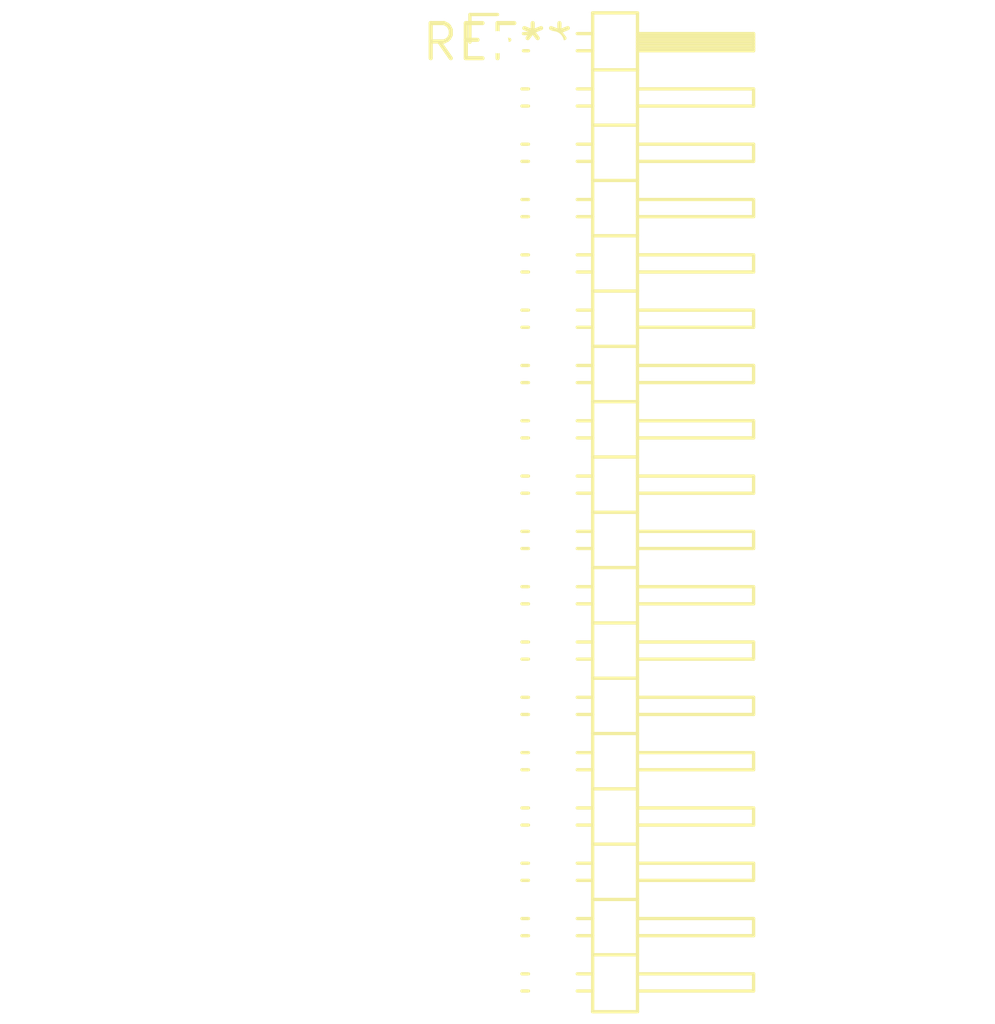
<source format=kicad_pcb>
(kicad_pcb (version 20240108) (generator pcbnew)
  (layers (0 "F.Cu" signal) (31 "B.Cu" signal) (34 "B.Paste" user) (35 "F.Paste" user) (36 "B.SilkS" user "B.Silkscreen") (37 "F.SilkS" user "F.Silkscreen") (38 "B.Mask" user) (39 "F.Mask" user) (44 "Edge.Cuts" user))
  (net 0 "")
  (footprint "PinHeader_2x18_P2.00mm_Horizontal" (layer "F.Cu") (at 0 0)
    (property "Reference" "REF**")
    (property "Value" "PinHeader_2x18_P2.00mm_Horizontal")
    (fp_line (start -1 -1) (end 0 -1) (layer "F.SilkS") (stroke (width 0.12)))
    (fp_line (start -1 0) (end -1 -1) (layer "F.SilkS") (stroke (width 0.12)))
    (fp_line (start 0.882114 1.69) (end 1.117886 1.69) (layer "F.SilkS") (stroke (width 0.12)))
    (fp_line (start 0.882114 2.31) (end 1.117886 2.31) (layer "F.SilkS") (stroke (width 0.12)))
    (fp_line (start 0.882114 3.69) (end 1.117886 3.69) (layer "F.SilkS") (stroke (width 0.12)))
    (fp_line (start 0.882114 4.31) (end 1.117886 4.31) (layer "F.SilkS") (stroke (width 0.12)))
    (fp_line (start 0.882114 5.69) (end 1.117886 5.69) (layer "F.SilkS") (stroke (width 0.12)))
    (fp_line (start 0.882114 6.31) (end 1.117886 6.31) (layer "F.SilkS") (stroke (width 0.12)))
    (fp_line (start 0.882114 7.69) (end 1.117886 7.69) (layer "F.SilkS") (stroke (width 0.12)))
    (fp_line (start 0.882114 8.31) (end 1.117886 8.31) (layer "F.SilkS") (stroke (width 0.12)))
    (fp_line (start 0.882114 9.69) (end 1.117886 9.69) (layer "F.SilkS") (stroke (width 0.12)))
    (fp_line (start 0.882114 10.31) (end 1.117886 10.31) (layer "F.SilkS") (stroke (width 0.12)))
    (fp_line (start 0.882114 11.69) (end 1.117886 11.69) (layer "F.SilkS") (stroke (width 0.12)))
    (fp_line (start 0.882114 12.31) (end 1.117886 12.31) (layer "F.SilkS") (stroke (width 0.12)))
    (fp_line (start 0.882114 13.69) (end 1.117886 13.69) (layer "F.SilkS") (stroke (width 0.12)))
    (fp_line (start 0.882114 14.31) (end 1.117886 14.31) (layer "F.SilkS") (stroke (width 0.12)))
    (fp_line (start 0.882114 15.69) (end 1.117886 15.69) (layer "F.SilkS") (stroke (width 0.12)))
    (fp_line (start 0.882114 16.31) (end 1.117886 16.31) (layer "F.SilkS") (stroke (width 0.12)))
    (fp_line (start 0.882114 17.69) (end 1.117886 17.69) (layer "F.SilkS") (stroke (width 0.12)))
    (fp_line (start 0.882114 18.31) (end 1.117886 18.31) (layer "F.SilkS") (stroke (width 0.12)))
    (fp_line (start 0.882114 19.69) (end 1.117886 19.69) (layer "F.SilkS") (stroke (width 0.12)))
    (fp_line (start 0.882114 20.31) (end 1.117886 20.31) (layer "F.SilkS") (stroke (width 0.12)))
    (fp_line (start 0.882114 21.69) (end 1.117886 21.69) (layer "F.SilkS") (stroke (width 0.12)))
    (fp_line (start 0.882114 22.31) (end 1.117886 22.31) (layer "F.SilkS") (stroke (width 0.12)))
    (fp_line (start 0.882114 23.69) (end 1.117886 23.69) (layer "F.SilkS") (stroke (width 0.12)))
    (fp_line (start 0.882114 24.31) (end 1.117886 24.31) (layer "F.SilkS") (stroke (width 0.12)))
    (fp_line (start 0.882114 25.69) (end 1.117886 25.69) (layer "F.SilkS") (stroke (width 0.12)))
    (fp_line (start 0.882114 26.31) (end 1.117886 26.31) (layer "F.SilkS") (stroke (width 0.12)))
    (fp_line (start 0.882114 27.69) (end 1.117886 27.69) (layer "F.SilkS") (stroke (width 0.12)))
    (fp_line (start 0.882114 28.31) (end 1.117886 28.31) (layer "F.SilkS") (stroke (width 0.12)))
    (fp_line (start 0.882114 29.69) (end 1.117886 29.69) (layer "F.SilkS") (stroke (width 0.12)))
    (fp_line (start 0.882114 30.31) (end 1.117886 30.31) (layer "F.SilkS") (stroke (width 0.12)))
    (fp_line (start 0.882114 31.69) (end 1.117886 31.69) (layer "F.SilkS") (stroke (width 0.12)))
    (fp_line (start 0.882114 32.31) (end 1.117886 32.31) (layer "F.SilkS") (stroke (width 0.12)))
    (fp_line (start 0.882114 33.69) (end 1.117886 33.69) (layer "F.SilkS") (stroke (width 0.12)))
    (fp_line (start 0.882114 34.31) (end 1.117886 34.31) (layer "F.SilkS") (stroke (width 0.12)))
    (fp_line (start 0.935 -0.31) (end 1.117886 -0.31) (layer "F.SilkS") (stroke (width 0.12)))
    (fp_line (start 0.935 0.31) (end 1.117886 0.31) (layer "F.SilkS") (stroke (width 0.12)))
    (fp_line (start 2.882114 -0.31) (end 3.44 -0.31) (layer "F.SilkS") (stroke (width 0.12)))
    (fp_line (start 2.882114 0.31) (end 3.44 0.31) (layer "F.SilkS") (stroke (width 0.12)))
    (fp_line (start 2.882114 1.69) (end 3.44 1.69) (layer "F.SilkS") (stroke (width 0.12)))
    (fp_line (start 2.882114 2.31) (end 3.44 2.31) (layer "F.SilkS") (stroke (width 0.12)))
    (fp_line (start 2.882114 3.69) (end 3.44 3.69) (layer "F.SilkS") (stroke (width 0.12)))
    (fp_line (start 2.882114 4.31) (end 3.44 4.31) (layer "F.SilkS") (stroke (width 0.12)))
    (fp_line (start 2.882114 5.69) (end 3.44 5.69) (layer "F.SilkS") (stroke (width 0.12)))
    (fp_line (start 2.882114 6.31) (end 3.44 6.31) (layer "F.SilkS") (stroke (width 0.12)))
    (fp_line (start 2.882114 7.69) (end 3.44 7.69) (layer "F.SilkS") (stroke (width 0.12)))
    (fp_line (start 2.882114 8.31) (end 3.44 8.31) (layer "F.SilkS") (stroke (width 0.12)))
    (fp_line (start 2.882114 9.69) (end 3.44 9.69) (layer "F.SilkS") (stroke (width 0.12)))
    (fp_line (start 2.882114 10.31) (end 3.44 10.31) (layer "F.SilkS") (stroke (width 0.12)))
    (fp_line (start 2.882114 11.69) (end 3.44 11.69) (layer "F.SilkS") (stroke (width 0.12)))
    (fp_line (start 2.882114 12.31) (end 3.44 12.31) (layer "F.SilkS") (stroke (width 0.12)))
    (fp_line (start 2.882114 13.69) (end 3.44 13.69) (layer "F.SilkS") (stroke (width 0.12)))
    (fp_line (start 2.882114 14.31) (end 3.44 14.31) (layer "F.SilkS") (stroke (width 0.12)))
    (fp_line (start 2.882114 15.69) (end 3.44 15.69) (layer "F.SilkS") (stroke (width 0.12)))
    (fp_line (start 2.882114 16.31) (end 3.44 16.31) (layer "F.SilkS") (stroke (width 0.12)))
    (fp_line (start 2.882114 17.69) (end 3.44 17.69) (layer "F.SilkS") (stroke (width 0.12)))
    (fp_line (start 2.882114 18.31) (end 3.44 18.31) (layer "F.SilkS") (stroke (width 0.12)))
    (fp_line (start 2.882114 19.69) (end 3.44 19.69) (layer "F.SilkS") (stroke (width 0.12)))
    (fp_line (start 2.882114 20.31) (end 3.44 20.31) (layer "F.SilkS") (stroke (width 0.12)))
    (fp_line (start 2.882114 21.69) (end 3.44 21.69) (layer "F.SilkS") (stroke (width 0.12)))
    (fp_line (start 2.882114 22.31) (end 3.44 22.31) (layer "F.SilkS") (stroke (width 0.12)))
    (fp_line (start 2.882114 23.69) (end 3.44 23.69) (layer "F.SilkS") (stroke (width 0.12)))
    (fp_line (start 2.882114 24.31) (end 3.44 24.31) (layer "F.SilkS") (stroke (width 0.12)))
    (fp_line (start 2.882114 25.69) (end 3.44 25.69) (layer "F.SilkS") (stroke (width 0.12)))
    (fp_line (start 2.882114 26.31) (end 3.44 26.31) (layer "F.SilkS") (stroke (width 0.12)))
    (fp_line (start 2.882114 27.69) (end 3.44 27.69) (layer "F.SilkS") (stroke (width 0.12)))
    (fp_line (start 2.882114 28.31) (end 3.44 28.31) (layer "F.SilkS") (stroke (width 0.12)))
    (fp_line (start 2.882114 29.69) (end 3.44 29.69) (layer "F.SilkS") (stroke (width 0.12)))
    (fp_line (start 2.882114 30.31) (end 3.44 30.31) (layer "F.SilkS") (stroke (width 0.12)))
    (fp_line (start 2.882114 31.69) (end 3.44 31.69) (layer "F.SilkS") (stroke (width 0.12)))
    (fp_line (start 2.882114 32.31) (end 3.44 32.31) (layer "F.SilkS") (stroke (width 0.12)))
    (fp_line (start 2.882114 33.69) (end 3.44 33.69) (layer "F.SilkS") (stroke (width 0.12)))
    (fp_line (start 2.882114 34.31) (end 3.44 34.31) (layer "F.SilkS") (stroke (width 0.12)))
    (fp_line (start 3.44 -1.06) (end 3.44 35.06) (layer "F.SilkS") (stroke (width 0.12)))
    (fp_line (start 3.44 1) (end 5.06 1) (layer "F.SilkS") (stroke (width 0.12)))
    (fp_line (start 3.44 3) (end 5.06 3) (layer "F.SilkS") (stroke (width 0.12)))
    (fp_line (start 3.44 5) (end 5.06 5) (layer "F.SilkS") (stroke (width 0.12)))
    (fp_line (start 3.44 7) (end 5.06 7) (layer "F.SilkS") (stroke (width 0.12)))
    (fp_line (start 3.44 9) (end 5.06 9) (layer "F.SilkS") (stroke (width 0.12)))
    (fp_line (start 3.44 11) (end 5.06 11) (layer "F.SilkS") (stroke (width 0.12)))
    (fp_line (start 3.44 13) (end 5.06 13) (layer "F.SilkS") (stroke (width 0.12)))
    (fp_line (start 3.44 15) (end 5.06 15) (layer "F.SilkS") (stroke (width 0.12)))
    (fp_line (start 3.44 17) (end 5.06 17) (layer "F.SilkS") (stroke (width 0.12)))
    (fp_line (start 3.44 19) (end 5.06 19) (layer "F.SilkS") (stroke (width 0.12)))
    (fp_line (start 3.44 21) (end 5.06 21) (layer "F.SilkS") (stroke (width 0.12)))
    (fp_line (start 3.44 23) (end 5.06 23) (layer "F.SilkS") (stroke (width 0.12)))
    (fp_line (start 3.44 25) (end 5.06 25) (layer "F.SilkS") (stroke (width 0.12)))
    (fp_line (start 3.44 27) (end 5.06 27) (layer "F.SilkS") (stroke (width 0.12)))
    (fp_line (start 3.44 29) (end 5.06 29) (layer "F.SilkS") (stroke (width 0.12)))
    (fp_line (start 3.44 31) (end 5.06 31) (layer "F.SilkS") (stroke (width 0.12)))
    (fp_line (start 3.44 33) (end 5.06 33) (layer "F.SilkS") (stroke (width 0.12)))
    (fp_line (start 3.44 35.06) (end 5.06 35.06) (layer "F.SilkS") (stroke (width 0.12)))
    (fp_line (start 5.06 -1.06) (end 3.44 -1.06) (layer "F.SilkS") (stroke (width 0.12)))
    (fp_line (start 5.06 -0.31) (end 9.26 -0.31) (layer "F.SilkS") (stroke (width 0.12)))
    (fp_line (start 5.06 -0.25) (end 9.26 -0.25) (layer "F.SilkS") (stroke (width 0.12)))
    (fp_line (start 5.06 -0.13) (end 9.26 -0.13) (layer "F.SilkS") (stroke (width 0.12)))
    (fp_line (start 5.06 -0.01) (end 9.26 -0.01) (layer "F.SilkS") (stroke (width 0.12)))
    (fp_line (start 5.06 0.11) (end 9.26 0.11) (layer "F.SilkS") (stroke (width 0.12)))
    (fp_line (start 5.06 0.23) (end 9.26 0.23) (layer "F.SilkS") (stroke (width 0.12)))
    (fp_line (start 5.06 1.69) (end 9.26 1.69) (layer "F.SilkS") (stroke (width 0.12)))
    (fp_line (start 5.06 3.69) (end 9.26 3.69) (layer "F.SilkS") (stroke (width 0.12)))
    (fp_line (start 5.06 5.69) (end 9.26 5.69) (layer "F.SilkS") (stroke (width 0.12)))
    (fp_line (start 5.06 7.69) (end 9.26 7.69) (layer "F.SilkS") (stroke (width 0.12)))
    (fp_line (start 5.06 9.69) (end 9.26 9.69) (layer "F.SilkS") (stroke (width 0.12)))
    (fp_line (start 5.06 11.69) (end 9.26 11.69) (layer "F.SilkS") (stroke (width 0.12)))
    (fp_line (start 5.06 13.69) (end 9.26 13.69) (layer "F.SilkS") (stroke (width 0.12)))
    (fp_line (start 5.06 15.69) (end 9.26 15.69) (layer "F.SilkS") (stroke (width 0.12)))
    (fp_line (start 5.06 17.69) (end 9.26 17.69) (layer "F.SilkS") (stroke (width 0.12)))
    (fp_line (start 5.06 19.69) (end 9.26 19.69) (layer "F.SilkS") (stroke (width 0.12)))
    (fp_line (start 5.06 21.69) (end 9.26 21.69) (layer "F.SilkS") (stroke (width 0.12)))
    (fp_line (start 5.06 23.69) (end 9.26 23.69) (layer "F.SilkS") (stroke (width 0.12)))
    (fp_line (start 5.06 25.69) (end 9.26 25.69) (layer "F.SilkS") (stroke (width 0.12)))
    (fp_line (start 5.06 27.69) (end 9.26 27.69) (layer "F.SilkS") (stroke (width 0.12)))
    (fp_line (start 5.06 29.69) (end 9.26 29.69) (layer "F.SilkS") (stroke (width 0.12)))
    (fp_line (start 5.06 31.69) (end 9.26 31.69) (layer "F.SilkS") (stroke (width 0.12)))
    (fp_line (start 5.06 33.69) (end 9.26 33.69) (layer "F.SilkS") (stroke (width 0.12)))
    (fp_line (start 5.06 35.06) (end 5.06 -1.06) (layer "F.SilkS") (stroke (width 0.12)))
    (fp_line (start 9.26 -0.31) (end 9.26 0.31) (layer "F.SilkS") (stroke (width 0.12)))
    (fp_line (start 9.26 0.31) (end 5.06 0.31) (layer "F.SilkS") (stroke (width 0.12)))
    (fp_line (start 9.26 1.69) (end 9.26 2.31) (layer "F.SilkS") (stroke (width 0.12)))
    (fp_line (start 9.26 2.31) (end 5.06 2.31) (layer "F.SilkS") (stroke (width 0.12)))
    (fp_line (start 9.26 3.69) (end 9.26 4.31) (layer "F.SilkS") (stroke (width 0.12)))
    (fp_line (start 9.26 4.31) (end 5.06 4.31) (layer "F.SilkS") (stroke (width 0.12)))
    (fp_line (start 9.26 5.69) (end 9.26 6.31) (layer "F.SilkS") (stroke (width 0.12)))
    (fp_line (start 9.26 6.31) (end 5.06 6.31) (layer "F.SilkS") (stroke (width 0.12)))
    (fp_line (start 9.26 7.69) (end 9.26 8.31) (layer "F.SilkS") (stroke (width 0.12)))
    (fp_line (start 9.26 8.31) (end 5.06 8.31) (layer "F.SilkS") (stroke (width 0.12)))
    (fp_line (start 9.26 9.69) (end 9.26 10.31) (layer "F.SilkS") (stroke (width 0.12)))
    (fp_line (start 9.26 10.31) (end 5.06 10.31) (layer "F.SilkS") (stroke (width 0.12)))
    (fp_line (start 9.26 11.69) (end 9.26 12.31) (layer "F.SilkS") (stroke (width 0.12)))
    (fp_line (start 9.26 12.31) (end 5.06 12.31) (layer "F.SilkS") (stroke (width 0.12)))
    (fp_line (start 9.26 13.69) (end 9.26 14.31) (layer "F.SilkS") (stroke (width 0.12)))
    (fp_line (start 9.26 14.31) (end 5.06 14.31) (layer "F.SilkS") (stroke (width 0.12)))
    (fp_line (start 9.26 15.69) (end 9.26 16.31) (layer "F.SilkS") (stroke (width 0.12)))
    (fp_line (start 9.26 16.31) (end 5.06 16.31) (layer "F.SilkS") (stroke (width 0.12)))
    (fp_line (start 9.26 17.69) (end 9.26 18.31) (layer "F.SilkS") (stroke (width 0.12)))
    (fp_line (start 9.26 18.31) (end 5.06 18.31) (layer "F.SilkS") (stroke (width 0.12)))
    (fp_line (start 9.26 19.69) (end 9.26 20.31) (layer "F.SilkS") (stroke (width 0.12)))
    (fp_line (start 9.26 20.31) (end 5.06 20.31) (layer "F.SilkS") (stroke (width 0.12)))
    (fp_line (start 9.26 21.69) (end 9.26 22.31) (layer "F.SilkS") (stroke (width 0.12)))
    (fp_line (start 9.26 22.31) (end 5.06 22.31) (layer "F.SilkS") (stroke (width 0.12)))
    (fp_line (start 9.26 23.69) (end 9.26 24.31) (layer "F.SilkS") (stroke (width 0.12)))
    (fp_line (start 9.26 24.31) (end 5.06 24.31) (layer "F.SilkS") (stroke (width 0.12)))
    (fp_line (start 9.26 25.69) (end 9.26 26.31) (layer "F.SilkS") (stroke (width 0.12)))
    (fp_line (start 9.26 26.31) (end 5.06 26.31) (layer "F.SilkS") (stroke (width 0.12)))
    (fp_line (start 9.26 27.69) (end 9.26 28.31) (layer "F.SilkS") (stroke (width 0.12)))
    (fp_line (start 9.26 28.31) (end 5.06 28.31) (layer "F.SilkS") (stroke (width 0.12)))
    (fp_line (start 9.26 29.69) (end 9.26 30.31) (layer "F.SilkS") (stroke (width 0.12)))
    (fp_line (start 9.26 30.31) (end 5.06 30.31) (layer "F.SilkS") (stroke (width 0.12)))
    (fp_line (start 9.26 31.69) (end 9.26 32.31) (layer "F.SilkS") (stroke (width 0.12)))
    (fp_line (start 9.26 32.31) (end 5.06 32.31) (layer "F.SilkS") (stroke (width 0.12)))
    (fp_line (start 9.26 33.69) (end 9.26 34.31) (layer "F.SilkS") (stroke (width 0.12)))
    (fp_line (start 9.26 34.31) (end 5.06 34.31) (layer "F.SilkS") (stroke (width 0.12)))
    (pad "1" thru_hole rect (at 0 0) (size 1.35 1.35) (drill 0.8) (layers *.Cu *.Mask) (remove_unused_layers))
    (pad "2" thru_hole oval (at 2 0) (size 1.35 1.35) (drill 0.8) (layers *.Cu *.Mask) (remove_unused_layers))
    (pad "3" thru_hole oval (at 0 2) (size 1.35 1.35) (drill 0.8) (layers *.Cu *.Mask) (remove_unused_layers))
    (pad "4" thru_hole oval (at 2 2) (size 1.35 1.35) (drill 0.8) (layers *.Cu *.Mask) (remove_unused_layers))
    (pad "5" thru_hole oval (at 0 4) (size 1.35 1.35) (drill 0.8) (layers *.Cu *.Mask) (remove_unused_layers))
    (pad "6" thru_hole oval (at 2 4) (size 1.35 1.35) (drill 0.8) (layers *.Cu *.Mask) (remove_unused_layers))
    (pad "7" thru_hole oval (at 0 6) (size 1.35 1.35) (drill 0.8) (layers *.Cu *.Mask) (remove_unused_layers))
    (pad "8" thru_hole oval (at 2 6) (size 1.35 1.35) (drill 0.8) (layers *.Cu *.Mask) (remove_unused_layers))
    (pad "9" thru_hole oval (at 0 8) (size 1.35 1.35) (drill 0.8) (layers *.Cu *.Mask) (remove_unused_layers))
    (pad "10" thru_hole oval (at 2 8) (size 1.35 1.35) (drill 0.8) (layers *.Cu *.Mask) (remove_unused_layers))
    (pad "11" thru_hole oval (at 0 10) (size 1.35 1.35) (drill 0.8) (layers *.Cu *.Mask) (remove_unused_layers))
    (pad "12" thru_hole oval (at 2 10) (size 1.35 1.35) (drill 0.8) (layers *.Cu *.Mask) (remove_unused_layers))
    (pad "13" thru_hole oval (at 0 12) (size 1.35 1.35) (drill 0.8) (layers *.Cu *.Mask) (remove_unused_layers))
    (pad "14" thru_hole oval (at 2 12) (size 1.35 1.35) (drill 0.8) (layers *.Cu *.Mask) (remove_unused_layers))
    (pad "15" thru_hole oval (at 0 14) (size 1.35 1.35) (drill 0.8) (layers *.Cu *.Mask) (remove_unused_layers))
    (pad "16" thru_hole oval (at 2 14) (size 1.35 1.35) (drill 0.8) (layers *.Cu *.Mask) (remove_unused_layers))
    (pad "17" thru_hole oval (at 0 16) (size 1.35 1.35) (drill 0.8) (layers *.Cu *.Mask) (remove_unused_layers))
    (pad "18" thru_hole oval (at 2 16) (size 1.35 1.35) (drill 0.8) (layers *.Cu *.Mask) (remove_unused_layers))
    (pad "19" thru_hole oval (at 0 18) (size 1.35 1.35) (drill 0.8) (layers *.Cu *.Mask) (remove_unused_layers))
    (pad "20" thru_hole oval (at 2 18) (size 1.35 1.35) (drill 0.8) (layers *.Cu *.Mask) (remove_unused_layers))
    (pad "21" thru_hole oval (at 0 20) (size 1.35 1.35) (drill 0.8) (layers *.Cu *.Mask) (remove_unused_layers))
    (pad "22" thru_hole oval (at 2 20) (size 1.35 1.35) (drill 0.8) (layers *.Cu *.Mask) (remove_unused_layers))
    (pad "23" thru_hole oval (at 0 22) (size 1.35 1.35) (drill 0.8) (layers *.Cu *.Mask) (remove_unused_layers))
    (pad "24" thru_hole oval (at 2 22) (size 1.35 1.35) (drill 0.8) (layers *.Cu *.Mask) (remove_unused_layers))
    (pad "25" thru_hole oval (at 0 24) (size 1.35 1.35) (drill 0.8) (layers *.Cu *.Mask) (remove_unused_layers))
    (pad "26" thru_hole oval (at 2 24) (size 1.35 1.35) (drill 0.8) (layers *.Cu *.Mask) (remove_unused_layers))
    (pad "27" thru_hole oval (at 0 26) (size 1.35 1.35) (drill 0.8) (layers *.Cu *.Mask) (remove_unused_layers))
    (pad "28" thru_hole oval (at 2 26) (size 1.35 1.35) (drill 0.8) (layers *.Cu *.Mask) (remove_unused_layers))
    (pad "29" thru_hole oval (at 0 28) (size 1.35 1.35) (drill 0.8) (layers *.Cu *.Mask) (remove_unused_layers))
    (pad "30" thru_hole oval (at 2 28) (size 1.35 1.35) (drill 0.8) (layers *.Cu *.Mask) (remove_unused_layers))
    (pad "31" thru_hole oval (at 0 30) (size 1.35 1.35) (drill 0.8) (layers *.Cu *.Mask) (remove_unused_layers))
    (pad "32" thru_hole oval (at 2 30) (size 1.35 1.35) (drill 0.8) (layers *.Cu *.Mask) (remove_unused_layers))
    (pad "33" thru_hole oval (at 0 32) (size 1.35 1.35) (drill 0.8) (layers *.Cu *.Mask) (remove_unused_layers))
    (pad "34" thru_hole oval (at 2 32) (size 1.35 1.35) (drill 0.8) (layers *.Cu *.Mask) (remove_unused_layers))
    (pad "35" thru_hole oval (at 0 34) (size 1.35 1.35) (drill 0.8) (layers *.Cu *.Mask) (remove_unused_layers))
    (pad "36" thru_hole oval (at 2 34) (size 1.35 1.35) (drill 0.8) (layers *.Cu *.Mask) (remove_unused_layers))
  )
)
</source>
